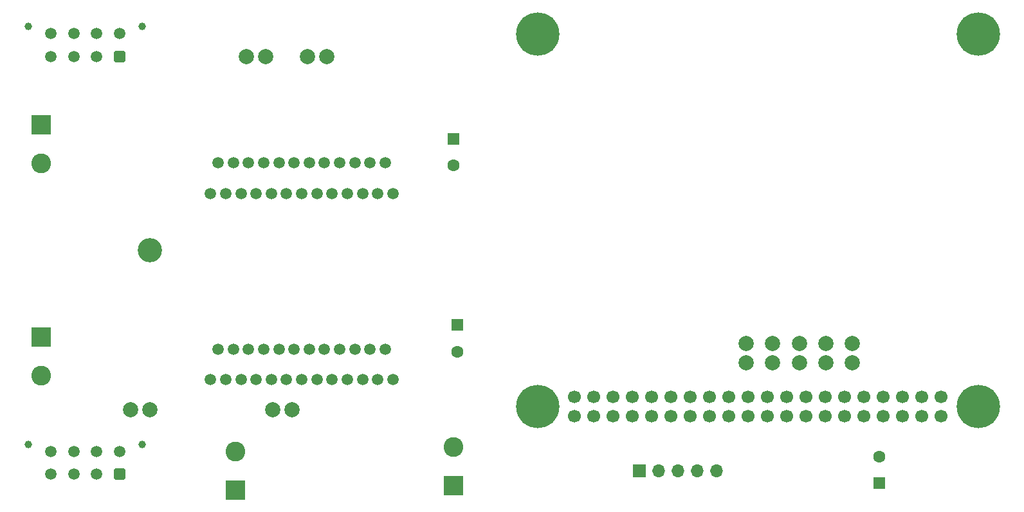
<source format=gbr>
%TF.GenerationSoftware,KiCad,Pcbnew,(6.0.0)*%
%TF.CreationDate,2022-01-20T20:45:04-08:00*%
%TF.ProjectId,dish-controller,64697368-2d63-46f6-9e74-726f6c6c6572,rev?*%
%TF.SameCoordinates,Original*%
%TF.FileFunction,Soldermask,Bot*%
%TF.FilePolarity,Negative*%
%FSLAX46Y46*%
G04 Gerber Fmt 4.6, Leading zero omitted, Abs format (unit mm)*
G04 Created by KiCad (PCBNEW (6.0.0)) date 2022-01-20 20:45:04*
%MOMM*%
%LPD*%
G01*
G04 APERTURE LIST*
G04 Aperture macros list*
%AMRoundRect*
0 Rectangle with rounded corners*
0 $1 Rounding radius*
0 $2 $3 $4 $5 $6 $7 $8 $9 X,Y pos of 4 corners*
0 Add a 4 corners polygon primitive as box body*
4,1,4,$2,$3,$4,$5,$6,$7,$8,$9,$2,$3,0*
0 Add four circle primitives for the rounded corners*
1,1,$1+$1,$2,$3*
1,1,$1+$1,$4,$5*
1,1,$1+$1,$6,$7*
1,1,$1+$1,$8,$9*
0 Add four rect primitives between the rounded corners*
20,1,$1+$1,$2,$3,$4,$5,0*
20,1,$1+$1,$4,$5,$6,$7,0*
20,1,$1+$1,$6,$7,$8,$9,0*
20,1,$1+$1,$8,$9,$2,$3,0*%
G04 Aperture macros list end*
%ADD10R,1.700000X1.700000*%
%ADD11O,1.700000X1.700000*%
%ADD12C,5.700000*%
%ADD13C,1.700000*%
%ADD14C,3.200000*%
%ADD15C,1.500000*%
%ADD16R,2.600000X2.600000*%
%ADD17C,2.600000*%
%ADD18C,1.000000*%
%ADD19RoundRect,0.250001X0.499999X0.499999X-0.499999X0.499999X-0.499999X-0.499999X0.499999X-0.499999X0*%
%ADD20R,1.600000X1.600000*%
%ADD21C,1.600000*%
%ADD22C,2.000000*%
G04 APERTURE END LIST*
D10*
%TO.C,J7*%
X105425000Y-104000000D03*
D11*
X107965000Y-104000000D03*
X110505000Y-104000000D03*
X113045000Y-104000000D03*
X115585000Y-104000000D03*
%TD*%
D12*
%TO.C,U1*%
X150050000Y-46530000D03*
X92050000Y-46530000D03*
X150050000Y-95530000D03*
X92050000Y-95530000D03*
D13*
X96920000Y-94260000D03*
X96920000Y-96800000D03*
X99460000Y-94260000D03*
X99460000Y-96800000D03*
X102000000Y-94260000D03*
X102000000Y-96800000D03*
X104540000Y-94260000D03*
X104540000Y-96800000D03*
X107080000Y-94260000D03*
X107080000Y-96800000D03*
X109620000Y-94260000D03*
X109620000Y-96800000D03*
X112160000Y-94260000D03*
X112160000Y-96800000D03*
X114700000Y-94260000D03*
X114700000Y-96800000D03*
X117240000Y-94260000D03*
X117240000Y-96800000D03*
X119780000Y-94260000D03*
X119780000Y-96800000D03*
X122320000Y-94260000D03*
X122320000Y-96800000D03*
X124860000Y-94260000D03*
X124860000Y-96800000D03*
X127400000Y-94260000D03*
X127400000Y-96800000D03*
X129940000Y-94260000D03*
X129940000Y-96800000D03*
X132480000Y-94260000D03*
X132480000Y-96800000D03*
X135020000Y-94260000D03*
X135020000Y-96800000D03*
X137560000Y-94260000D03*
X137560000Y-96800000D03*
X140100000Y-94260000D03*
X140100000Y-96800000D03*
X142640000Y-94260000D03*
X142640000Y-96800000D03*
X145180000Y-94260000D03*
X145180000Y-96800000D03*
%TD*%
D14*
%TO.C,H1*%
X41000000Y-75000000D03*
%TD*%
D15*
%TO.C,U4*%
X49000000Y-67500000D03*
X50000000Y-63500000D03*
X51000000Y-67500000D03*
X52000000Y-63500000D03*
X53000000Y-67500000D03*
X54000000Y-63500000D03*
X55000000Y-67500000D03*
X56000000Y-63500000D03*
X57000000Y-67500000D03*
X58000000Y-63500000D03*
X59000000Y-67500000D03*
X60000000Y-63500000D03*
X61000000Y-67500000D03*
X62000000Y-63500000D03*
X63000000Y-67500000D03*
X64000000Y-63500000D03*
X65000000Y-67500000D03*
X66000000Y-63500000D03*
X67000000Y-67500000D03*
X68000000Y-63500000D03*
X69000000Y-67500000D03*
X70000000Y-63500000D03*
X71000000Y-67500000D03*
X72000000Y-63500000D03*
X73000000Y-67500000D03*
%TD*%
%TO.C,U3*%
X49000000Y-92000000D03*
X50000000Y-88000000D03*
X51000000Y-92000000D03*
X52000000Y-88000000D03*
X53000000Y-92000000D03*
X54000000Y-88000000D03*
X55000000Y-92000000D03*
X56000000Y-88000000D03*
X57000000Y-92000000D03*
X58000000Y-88000000D03*
X59000000Y-92000000D03*
X60000000Y-88000000D03*
X61000000Y-92000000D03*
X62000000Y-88000000D03*
X63000000Y-92000000D03*
X64000000Y-88000000D03*
X65000000Y-92000000D03*
X66000000Y-88000000D03*
X67000000Y-92000000D03*
X68000000Y-88000000D03*
X69000000Y-92000000D03*
X70000000Y-88000000D03*
X71000000Y-92000000D03*
X72000000Y-88000000D03*
X73000000Y-92000000D03*
%TD*%
D16*
%TO.C,J6*%
X26700000Y-58460000D03*
D17*
X26700000Y-63540000D03*
%TD*%
D16*
%TO.C,J5*%
X26700000Y-86460000D03*
D17*
X26700000Y-91540000D03*
%TD*%
D18*
%TO.C,J4*%
X40000000Y-45560000D03*
X25000000Y-45560000D03*
D19*
X37000000Y-49500000D03*
D15*
X34000000Y-49500000D03*
X31000000Y-49500000D03*
X28000000Y-49500000D03*
X37000000Y-46500000D03*
X34000000Y-46500000D03*
X31000000Y-46500000D03*
X28000000Y-46500000D03*
%TD*%
D18*
%TO.C,J3*%
X40000000Y-100520000D03*
X25000000Y-100520000D03*
D19*
X37000000Y-104460000D03*
D15*
X34000000Y-104460000D03*
X31000000Y-104460000D03*
X28000000Y-104460000D03*
X37000000Y-101460000D03*
X34000000Y-101460000D03*
X31000000Y-101460000D03*
X28000000Y-101460000D03*
%TD*%
D16*
%TO.C,J2*%
X81000000Y-106000000D03*
D17*
X81000000Y-100920000D03*
%TD*%
D16*
%TO.C,J1*%
X52300000Y-106545000D03*
D17*
X52300000Y-101465000D03*
%TD*%
D20*
%TO.C,C3*%
X81000000Y-60347349D03*
D21*
X81000000Y-63847349D03*
%TD*%
D20*
%TO.C,C2*%
X137000000Y-105652651D03*
D21*
X137000000Y-102152651D03*
%TD*%
%TO.C,C1*%
X81500000Y-88347349D03*
D20*
X81500000Y-84847349D03*
%TD*%
D22*
%TO.C,TP3*%
X119500000Y-89770000D03*
X119500000Y-87230000D03*
%TD*%
%TO.C,TP1*%
X41000000Y-96000000D03*
X38460000Y-96000000D03*
%TD*%
%TO.C,TP5*%
X126500000Y-89770000D03*
X126500000Y-87230000D03*
%TD*%
%TO.C,TP8*%
X130000000Y-89770000D03*
X130000000Y-87230000D03*
%TD*%
%TO.C,TP2*%
X57230000Y-96000000D03*
X59770000Y-96000000D03*
%TD*%
%TO.C,TP4*%
X123000000Y-89770000D03*
X123000000Y-87230000D03*
%TD*%
%TO.C,TP7*%
X64270000Y-49500000D03*
X61730000Y-49500000D03*
%TD*%
%TO.C,TP6*%
X56270000Y-49500000D03*
X53730000Y-49500000D03*
%TD*%
%TO.C,TP9*%
X133500000Y-89770000D03*
X133500000Y-87230000D03*
%TD*%
M02*

</source>
